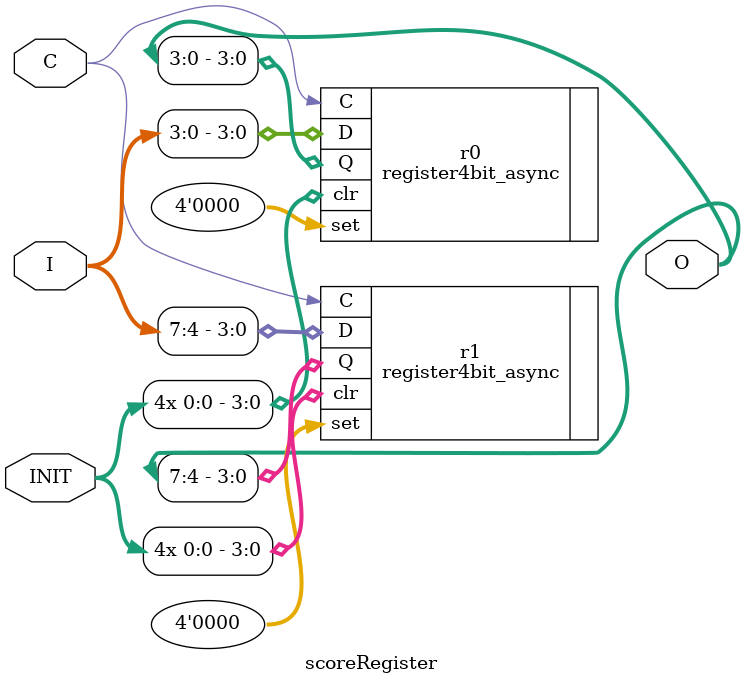
<source format=v>
`timescale 1ns / 1ps
module scoreRegister(
	input [7:0] I,
	input C,
	input INIT,
	output [7:0] O
    );
	 
	 register4bit_async r0(.D(I[3:0]), .C(C), .set({4'b0000}), .clr({INIT, INIT, INIT, INIT}), .Q(O[3:0]));
	 register4bit_async r1(.D(I[7:4]), .C(C), .set({4'b0000}), .clr({INIT, INIT, INIT, INIT}), .Q(O[7:4]));

endmodule

</source>
